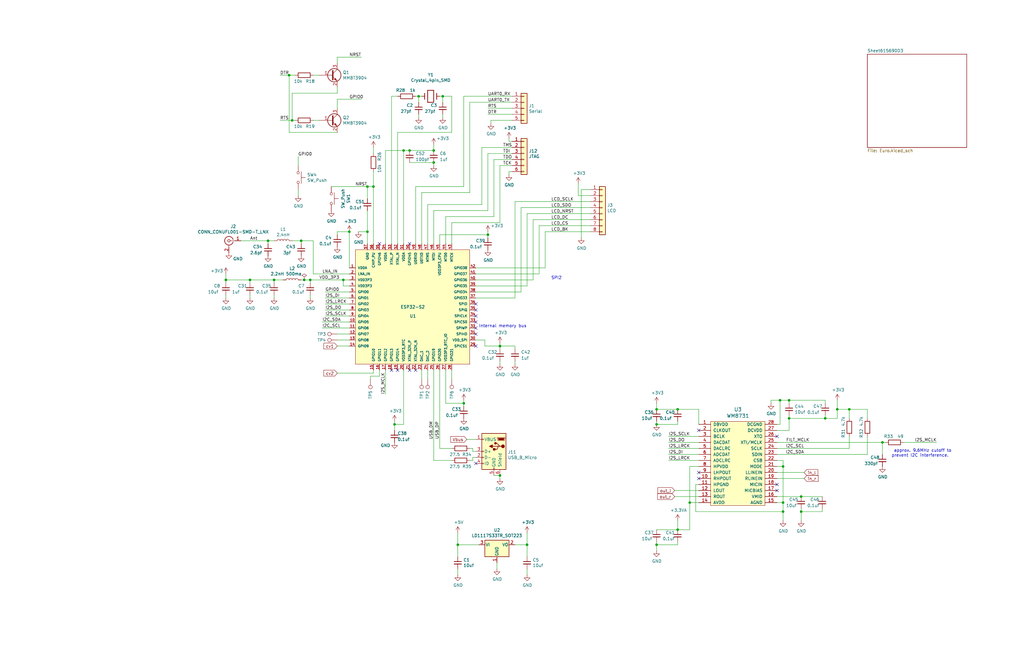
<source format=kicad_sch>
(kicad_sch (version 20211123) (generator eeschema)
  (paper "B")
  (title_block (title "ESP32S2_Audio") (date "2022-03-21") (rev "0.1"))
  (junction (at 144.78 118.11))
  (junction (at 205.74 99.06))
  (junction (at 337.82 215.9))
  (junction (at 332.74 176.53))
  (junction (at 372.11 186.69))
  (junction (at 186.69 40.64))
  (junction (at 358.14 172.72))
  (junction (at 115.57 118.11))
  (junction (at 147.32 97.79))
  (junction (at 210.82 146.05))
  (junction (at 157.48 78.74))
  (junction (at 121.92 31.75))
  (junction (at 95.25 118.11))
  (junction (at 113.03 101.6))
  (junction (at 353.06 172.72))
  (junction (at 330.2 196.85))
  (junction (at 154.94 97.79))
  (junction (at 328.93 168.91))
  (junction (at 347.98 176.53))
  (junction (at 332.74 168.91))
  (junction (at 337.82 209.55))
  (junction (at 195.58 170.18))
  (junction (at 105.41 118.11))
  (junction (at 130.81 118.11))
  (junction (at 123.19 50.8))
  (junction (at 330.2 215.9))
  (junction (at 182.88 68.58))
  (junction (at 276.86 172.72))
  (junction (at 172.72 63.5))
  (junction (at 276.86 179.07))
  (junction (at 166.37 179.07))
  (junction (at 128.27 118.11))
  (junction (at 330.2 212.09))
  (junction (at 176.53 40.64))
  (junction (at 222.25 229.87))
  (junction (at 285.75 223.52))
  (junction (at 154.94 78.74))
  (junction (at 182.88 63.5))
  (junction (at 276.86 229.87))
  (junction (at 170.18 63.5))
  (junction (at 210.82 200.66))
  (junction (at 290.83 212.09))
  (junction (at 285.75 172.72))
  (junction (at 193.04 229.87))
  (junction (at 127 101.6))
  (no_connect (at 175.26 156.21))
  (no_connect (at 327.66 184.15))
  (no_connect (at 200.66 130.81))
  (no_connect (at 294.64 201.93))
  (no_connect (at 327.66 204.47))
  (no_connect (at 327.66 207.01))
  (no_connect (at 200.66 128.27))
  (no_connect (at 160.02 102.87))
  (no_connect (at 200.66 135.89))
  (no_connect (at 294.64 199.39))
  (no_connect (at 172.72 102.87))
  (no_connect (at 172.72 156.21))
  (no_connect (at 165.1 156.21))
  (no_connect (at 200.66 146.05))
  (no_connect (at 167.64 156.21))
  (no_connect (at 294.64 181.61))
  (no_connect (at 200.66 195.58))
  (no_connect (at 200.66 138.43))
  (no_connect (at 200.66 140.97))
  (no_connect (at 200.66 133.35))
  (wire (pts (xy 284.48 209.55) (xy 294.64 209.55)))
  (wire (pts (xy 196.85 185.42) (xy 200.66 185.42)))
  (wire (pts (xy 137.16 123.19) (xy 147.32 123.19)))
  (wire (pts (xy 200.66 125.73) (xy 217.17 125.73)))
  (wire (pts (xy 222.25 229.87) (xy 222.25 234.95)))
  (wire (pts (xy 332.74 168.91) (xy 347.98 168.91)))
  (wire (pts (xy 113.03 101.6) (xy 113.03 102.87)))
  (wire (pts (xy 325.12 170.18) (xy 325.12 168.91)))
  (wire (pts (xy 227.33 95.25) (xy 248.92 95.25)))
  (wire (pts (xy 176.53 43.18) (xy 176.53 40.64)))
  (wire (pts (xy 285.75 223.52) (xy 290.83 223.52)))
  (wire (pts (xy 199.39 193.04) (xy 200.66 193.04)))
  (wire (pts (xy 157.48 157.48) (xy 157.48 156.21)))
  (wire (pts (xy 165.1 40.64) (xy 165.1 102.87)))
  (wire (pts (xy 127 101.6) (xy 132.08 101.6)))
  (wire (pts (xy 327.66 196.85) (xy 330.2 196.85)))
  (wire (pts (xy 293.37 215.9) (xy 293.37 204.47)))
  (wire (pts (xy 229.87 113.03) (xy 229.87 97.79)))
  (wire (pts (xy 294.64 184.15) (xy 281.94 184.15)))
  (wire (pts (xy 327.66 201.93) (xy 339.09 201.93)))
  (wire (pts (xy 330.2 196.85) (xy 330.2 194.31)))
  (wire (pts (xy 294.64 194.31) (xy 281.94 194.31)))
  (wire (pts (xy 217.17 85.09) (xy 217.17 125.73)))
  (wire (pts (xy 276.86 172.72) (xy 285.75 172.72)))
  (wire (pts (xy 204.47 143.51) (xy 204.47 146.05)))
  (wire (pts (xy 294.64 186.69) (xy 281.94 186.69)))
  (wire (pts (xy 205.74 99.06) (xy 205.74 100.33)))
  (wire (pts (xy 162.56 156.21) (xy 162.56 166.37)))
  (wire (pts (xy 217.17 153.67) (xy 217.17 152.4)))
  (wire (pts (xy 372.11 191.77) (xy 372.11 186.69)))
  (wire (pts (xy 229.87 97.79) (xy 248.92 97.79)))
  (wire (pts (xy 210.82 146.05) (xy 217.17 146.05)))
  (wire (pts (xy 210.82 201.93) (xy 210.82 200.66)))
  (wire (pts (xy 222.25 229.87) (xy 222.25 224.79)))
  (wire (pts (xy 201.93 229.87) (xy 193.04 229.87)))
  (wire (pts (xy 195.58 170.18) (xy 195.58 168.91)))
  (wire (pts (xy 124.46 31.75) (xy 121.92 31.75)))
  (wire (pts (xy 185.42 156.21) (xy 185.42 189.23)))
  (wire (pts (xy 337.82 215.9) (xy 346.71 215.9)))
  (wire (pts (xy 147.32 138.43) (xy 135.89 138.43)))
  (wire (pts (xy 162.56 102.87) (xy 162.56 63.5)))
  (wire (pts (xy 347.98 176.53) (xy 347.98 175.26)))
  (wire (pts (xy 276.86 228.6) (xy 276.86 229.87)))
  (wire (pts (xy 147.32 97.79) (xy 142.24 97.79)))
  (wire (pts (xy 200.66 143.51) (xy 204.47 143.51)))
  (wire (pts (xy 276.86 179.07) (xy 285.75 179.07)))
  (wire (pts (xy 330.2 194.31) (xy 327.66 194.31)))
  (wire (pts (xy 147.32 128.27) (xy 137.16 128.27)))
  (wire (pts (xy 105.41 118.11) (xy 95.25 118.11)))
  (wire (pts (xy 170.18 156.21) (xy 170.18 179.07)))
  (wire (pts (xy 276.86 229.87) (xy 276.86 232.41)))
  (wire (pts (xy 175.26 40.64) (xy 176.53 40.64)))
  (wire (pts (xy 327.66 191.77) (xy 365.76 191.77)))
  (wire (pts (xy 208.28 67.31) (xy 215.9 67.31)))
  (wire (pts (xy 347.98 176.53) (xy 353.06 176.53)))
  (wire (pts (xy 210.82 146.05) (xy 210.82 147.32)))
  (wire (pts (xy 165.1 40.64) (xy 167.64 40.64)))
  (wire (pts (xy 167.64 55.88) (xy 167.64 102.87)))
  (wire (pts (xy 95.25 119.38) (xy 95.25 118.11)))
  (wire (pts (xy 190.5 160.02) (xy 190.5 156.21)))
  (wire (pts (xy 154.94 97.79) (xy 154.94 102.87)))
  (wire (pts (xy 325.12 168.91) (xy 328.93 168.91)))
  (wire (pts (xy 276.86 172.72) (xy 276.86 170.18)))
  (wire (pts (xy 137.16 125.73) (xy 147.32 125.73)))
  (wire (pts (xy 130.81 125.73) (xy 130.81 124.46)))
  (wire (pts (xy 207.01 50.8) (xy 215.9 50.8)))
  (wire (pts (xy 210.82 93.98) (xy 210.82 69.85)))
  (wire (pts (xy 132.08 50.8) (xy 134.62 50.8)))
  (wire (pts (xy 365.76 191.77) (xy 365.76 184.15)))
  (wire (pts (xy 214.63 59.69) (xy 215.9 59.69)))
  (wire (pts (xy 105.41 119.38) (xy 105.41 118.11)))
  (wire (pts (xy 195.58 171.45) (xy 195.58 170.18)))
  (wire (pts (xy 119.38 118.11) (xy 115.57 118.11)))
  (wire (pts (xy 144.78 118.11) (xy 147.32 118.11)))
  (wire (pts (xy 215.9 45.72) (xy 205.74 45.72)))
  (wire (pts (xy 182.88 69.85) (xy 182.88 68.58)))
  (wire (pts (xy 177.8 102.87) (xy 177.8 81.28)))
  (wire (pts (xy 185.42 99.06) (xy 205.74 99.06)))
  (wire (pts (xy 190.5 93.98) (xy 210.82 93.98)))
  (wire (pts (xy 327.66 199.39) (xy 339.09 199.39)))
  (wire (pts (xy 147.32 130.81) (xy 137.16 130.81)))
  (wire (pts (xy 337.82 215.9) (xy 337.82 219.71)))
  (wire (pts (xy 332.74 175.26) (xy 332.74 176.53)))
  (wire (pts (xy 157.48 72.39) (xy 157.48 78.74)))
  (wire (pts (xy 180.34 102.87) (xy 180.34 86.36)))
  (wire (pts (xy 172.72 68.58) (xy 182.88 68.58)))
  (wire (pts (xy 123.19 50.8) (xy 124.46 50.8)))
  (wire (pts (xy 358.14 172.72) (xy 365.76 172.72)))
  (wire (pts (xy 199.39 194.31) (xy 199.39 193.04)))
  (wire (pts (xy 123.19 39.37) (xy 123.19 50.8)))
  (wire (pts (xy 198.12 194.31) (xy 199.39 194.31)))
  (wire (pts (xy 121.92 55.88) (xy 142.24 55.88)))
  (wire (pts (xy 285.75 179.07) (xy 285.75 177.8)))
  (wire (pts (xy 115.57 119.38) (xy 115.57 118.11)))
  (wire (pts (xy 176.53 40.64) (xy 177.8 40.64)))
  (wire (pts (xy 180.34 160.02) (xy 180.34 156.21)))
  (wire (pts (xy 144.78 120.65) (xy 144.78 118.11)))
  (wire (pts (xy 200.66 118.11) (xy 224.79 118.11)))
  (wire (pts (xy 199.39 189.23) (xy 199.39 190.5)))
  (wire (pts (xy 200.66 113.03) (xy 229.87 113.03)))
  (wire (pts (xy 330.2 215.9) (xy 293.37 215.9)))
  (wire (pts (xy 142.24 24.13) (xy 152.4 24.13)))
  (wire (pts (xy 132.08 101.6) (xy 132.08 115.57)))
  (wire (pts (xy 160.02 158.75) (xy 156.21 158.75)))
  (wire (pts (xy 130.81 119.38) (xy 130.81 118.11)))
  (wire (pts (xy 198.12 81.28) (xy 198.12 43.18)))
  (wire (pts (xy 205.74 64.77) (xy 215.9 64.77)))
  (wire (pts (xy 198.12 189.23) (xy 199.39 189.23)))
  (wire (pts (xy 154.94 97.79) (xy 151.13 97.79)))
  (wire (pts (xy 139.7 78.74) (xy 154.94 78.74)))
  (wire (pts (xy 290.83 212.09) (xy 290.83 223.52)))
  (wire (pts (xy 328.93 179.07) (xy 328.93 168.91)))
  (wire (pts (xy 177.8 81.28) (xy 198.12 81.28)))
  (wire (pts (xy 157.48 62.23) (xy 157.48 64.77)))
  (wire (pts (xy 276.86 179.07) (xy 276.86 177.8)))
  (wire (pts (xy 166.37 179.07) (xy 166.37 181.61)))
  (wire (pts (xy 358.14 172.72) (xy 358.14 176.53)))
  (wire (pts (xy 162.56 63.5) (xy 170.18 63.5)))
  (wire (pts (xy 121.92 31.75) (xy 118.11 31.75)))
  (wire (pts (xy 154.94 83.82) (xy 154.94 78.74)))
  (wire (pts (xy 142.24 97.79) (xy 142.24 99.06)))
  (wire (pts (xy 248.92 82.55) (xy 243.84 82.55)))
  (wire (pts (xy 224.79 92.71) (xy 248.92 92.71)))
  (wire (pts (xy 113.03 101.6) (xy 101.6 101.6)))
  (wire (pts (xy 222.25 240.03) (xy 222.25 242.57)))
  (wire (pts (xy 186.69 40.64) (xy 186.69 43.18)))
  (wire (pts (xy 182.88 60.96) (xy 182.88 63.5)))
  (wire (pts (xy 215.9 48.26) (xy 205.74 48.26)))
  (wire (pts (xy 219.71 87.63) (xy 219.71 123.19)))
  (wire (pts (xy 132.08 31.75) (xy 134.62 31.75)))
  (wire (pts (xy 337.82 214.63) (xy 337.82 215.9)))
  (wire (pts (xy 276.86 223.52) (xy 285.75 223.52)))
  (wire (pts (xy 365.76 172.72) (xy 365.76 176.53)))
  (wire (pts (xy 115.57 118.11) (xy 105.41 118.11)))
  (wire (pts (xy 294.64 196.85) (xy 290.83 196.85)))
  (wire (pts (xy 337.82 209.55) (xy 346.71 209.55)))
  (wire (pts (xy 285.75 229.87) (xy 285.75 228.6)))
  (wire (pts (xy 154.94 97.79) (xy 154.94 88.9)))
  (wire (pts (xy 200.66 120.65) (xy 222.25 120.65)))
  (wire (pts (xy 115.57 125.73) (xy 115.57 124.46)))
  (wire (pts (xy 125.73 82.55) (xy 125.73 80.01)))
  (wire (pts (xy 186.69 40.64) (xy 190.5 40.64)))
  (wire (pts (xy 170.18 179.07) (xy 166.37 179.07)))
  (wire (pts (xy 346.71 215.9) (xy 346.71 214.63)))
  (wire (pts (xy 118.11 50.8) (xy 123.19 50.8)))
  (wire (pts (xy 203.2 62.23) (xy 215.9 62.23)))
  (wire (pts (xy 190.5 102.87) (xy 190.5 93.98)))
  (wire (pts (xy 372.11 186.69) (xy 373.38 186.69)))
  (wire (pts (xy 327.66 189.23) (xy 358.14 189.23)))
  (wire (pts (xy 172.72 63.5) (xy 170.18 63.5)))
  (wire (pts (xy 115.57 101.6) (xy 113.03 101.6)))
  (wire (pts (xy 353.06 176.53) (xy 353.06 172.72)))
  (wire (pts (xy 294.64 191.77) (xy 281.94 191.77)))
  (wire (pts (xy 147.32 143.51) (xy 142.24 143.51)))
  (wire (pts (xy 175.26 78.74) (xy 195.58 78.74)))
  (wire (pts (xy 170.18 102.87) (xy 170.18 63.5)))
  (wire (pts (xy 147.32 120.65) (xy 144.78 120.65)))
  (wire (pts (xy 276.86 229.87) (xy 285.75 229.87)))
  (wire (pts (xy 294.64 212.09) (xy 290.83 212.09)))
  (wire (pts (xy 214.63 58.42) (xy 214.63 59.69)))
  (wire (pts (xy 127 101.6) (xy 127 102.87)))
  (wire (pts (xy 222.25 90.17) (xy 248.92 90.17)))
  (wire (pts (xy 193.04 224.79) (xy 193.04 229.87)))
  (wire (pts (xy 147.32 113.03) (xy 147.32 97.79)))
  (wire (pts (xy 198.12 43.18) (xy 215.9 43.18)))
  (wire (pts (xy 327.66 186.69) (xy 372.11 186.69)))
  (wire (pts (xy 142.24 26.67) (xy 142.24 24.13)))
  (wire (pts (xy 195.58 40.64) (xy 215.9 40.64)))
  (wire (pts (xy 210.82 69.85) (xy 215.9 69.85)))
  (wire (pts (xy 328.93 168.91) (xy 332.74 168.91)))
  (wire (pts (xy 160.02 156.21) (xy 160.02 158.75)))
  (wire (pts (xy 347.98 168.91) (xy 347.98 170.18)))
  (wire (pts (xy 243.84 82.55) (xy 243.84 77.47)))
  (wire (pts (xy 157.48 102.87) (xy 157.48 78.74)))
  (wire (pts (xy 330.2 215.9) (xy 330.2 219.71)))
  (wire (pts (xy 125.73 66.04) (xy 125.73 69.85)))
  (wire (pts (xy 121.92 31.75) (xy 121.92 55.88)))
  (wire (pts (xy 154.94 78.74) (xy 157.48 78.74)))
  (wire (pts (xy 172.72 63.5) (xy 182.88 63.5)))
  (wire (pts (xy 142.24 39.37) (xy 123.19 39.37)))
  (wire (pts (xy 381 186.69) (xy 394.97 186.69)))
  (wire (pts (xy 142.24 45.72) (xy 142.24 41.91)))
  (wire (pts (xy 175.26 102.87) (xy 175.26 78.74)))
  (wire (pts (xy 182.88 156.21) (xy 182.88 194.31)))
  (wire (pts (xy 293.37 204.47) (xy 294.64 204.47)))
  (wire (pts (xy 217.17 85.09) (xy 248.92 85.09)))
  (wire (pts (xy 199.39 190.5) (xy 200.66 190.5)))
  (wire (pts (xy 105.41 125.73) (xy 105.41 124.46)))
  (wire (pts (xy 204.47 146.05) (xy 210.82 146.05)))
  (wire (pts (xy 147.32 140.97) (xy 142.24 140.97)))
  (wire (pts (xy 210.82 144.78) (xy 210.82 146.05)))
  (wire (pts (xy 186.69 49.53) (xy 186.69 48.26)))
  (wire (pts (xy 294.64 172.72) (xy 285.75 172.72)))
  (wire (pts (xy 187.96 102.87) (xy 187.96 91.44)))
  (wire (pts (xy 187.96 91.44) (xy 208.28 91.44)))
  (wire (pts (xy 95.25 118.11) (xy 95.25 115.57)))
  (wire (pts (xy 142.24 157.48) (xy 157.48 157.48)))
  (wire (pts (xy 224.79 118.11) (xy 224.79 92.71)))
  (wire (pts (xy 219.71 87.63) (xy 248.92 87.63)))
  (wire (pts (xy 185.42 189.23) (xy 190.5 189.23)))
  (wire (pts (xy 95.25 125.73) (xy 95.25 124.46)))
  (wire (pts (xy 290.83 196.85) (xy 290.83 212.09)))
  (wire (pts (xy 200.66 123.19) (xy 219.71 123.19)))
  (wire (pts (xy 185.42 99.06) (xy 185.42 102.87)))
  (wire (pts (xy 353.06 172.72) (xy 358.14 172.72)))
  (wire (pts (xy 330.2 212.09) (xy 330.2 196.85)))
  (wire (pts (xy 132.08 115.57) (xy 147.32 115.57)))
  (wire (pts (xy 208.28 91.44) (xy 208.28 67.31)))
  (wire (pts (xy 294.64 189.23) (xy 281.94 189.23)))
  (wire (pts (xy 180.34 86.36) (xy 203.2 86.36)))
  (wire (pts (xy 137.16 133.35) (xy 147.32 133.35)))
  (wire (pts (xy 245.11 80.01) (xy 248.92 80.01)))
  (wire (pts (xy 177.8 160.02) (xy 177.8 156.21)))
  (wire (pts (xy 330.2 212.09) (xy 330.2 215.9)))
  (wire (pts (xy 217.17 229.87) (xy 222.25 229.87)))
  (wire (pts (xy 332.74 176.53) (xy 347.98 176.53)))
  (wire (pts (xy 193.04 240.03) (xy 193.04 242.57)))
  (wire (pts (xy 142.24 146.05) (xy 147.32 146.05)))
  (wire (pts (xy 185.42 40.64) (xy 186.69 40.64)))
  (wire (pts (xy 284.48 207.01) (xy 294.64 207.01)))
  (wire (pts (xy 207.01 52.07) (xy 207.01 50.8)))
  (wire (pts (xy 205.74 97.79) (xy 205.74 99.06)))
  (wire (pts (xy 195.58 78.74) (xy 195.58 40.64)))
  (wire (pts (xy 205.74 88.9) (xy 205.74 64.77)))
  (wire (pts (xy 358.14 189.23) (xy 358.14 184.15)))
  (wire (pts (xy 208.28 200.66) (xy 210.82 200.66)))
  (wire (pts (xy 130.81 118.11) (xy 144.78 118.11)))
  (wire (pts (xy 176.53 49.53) (xy 176.53 48.26)))
  (wire (pts (xy 214.63 72.39) (xy 214.63 73.66)))
  (wire (pts (xy 222.25 90.17) (xy 222.25 120.65)))
  (wire (pts (xy 285.75 219.71) (xy 285.75 223.52)))
  (wire (pts (xy 190.5 55.88) (xy 167.64 55.88)))
  (wire (pts (xy 217.17 146.05) (xy 217.17 147.32)))
  (wire (pts (xy 142.24 36.83) (xy 142.24 39.37)))
  (wire (pts (xy 327.66 209.55) (xy 337.82 209.55)))
  (wire (pts (xy 215.9 72.39) (xy 214.63 72.39)))
  (wire (pts (xy 187.96 170.18) (xy 195.58 170.18)))
  (wire (pts (xy 332.74 170.18) (xy 332.74 168.91)))
  (wire (pts (xy 182.88 88.9) (xy 205.74 88.9)))
  (wire (pts (xy 166.37 179.07) (xy 166.37 177.8)))
  (wire (pts (xy 203.2 86.36) (xy 203.2 62.23)))
  (wire (pts (xy 128.27 118.11) (xy 130.81 118.11)))
  (wire (pts (xy 142.24 41.91) (xy 152.4 41.91)))
  (wire (pts (xy 190.5 40.64) (xy 190.5 55.88)))
  (wire (pts (xy 187.96 156.21) (xy 187.96 170.18)))
  (wire (pts (xy 200.66 115.57) (xy 227.33 115.57)))
  (wire (pts (xy 327.66 179.07) (xy 328.93 179.07)))
  (wire (pts (xy 182.88 102.87) (xy 182.88 88.9)))
  (wire (pts (xy 147.32 135.89) (xy 135.89 135.89)))
  (wire (pts (xy 127 118.11) (xy 128.27 118.11)))
  (wire (pts (xy 193.04 229.87) (xy 193.04 234.95)))
  (wire (pts (xy 182.88 194.31) (xy 190.5 194.31)))
  (wire (pts (xy 156.21 158.75) (xy 156.21 160.02)))
  (wire (pts (xy 332.74 181.61) (xy 332.74 176.53)))
  (wire (pts (xy 209.55 240.03) (xy 209.55 237.49)))
  (wire (pts (xy 327.66 181.61) (xy 332.74 181.61)))
  (wire (pts (xy 245.11 100.33) (xy 245.11 80.01)))
  (wire (pts (xy 327.66 212.09) (xy 330.2 212.09)))
  (wire (pts (xy 353.06 172.72) (xy 353.06 168.91)))
  (wire (pts (xy 227.33 115.57) (xy 227.33 95.25)))
  (wire (pts (xy 123.19 101.6) (xy 127 101.6)))
  (wire (pts (xy 210.82 152.4) (xy 210.82 153.67)))
  (wire (pts (xy 294.64 179.07) (xy 294.64 172.72)))
  (text "SPI2" (at 232.41 118.11 0) (effects (font (size 1.27 1.27)) (justify left bottom)))
  (text "Internal memory bus" (at 201.93 138.43 0) (effects (font (size 1.27 1.27)) (justify left bottom)))
  (text " approx. 9.6MHz cutoff to\nprevent I2C interference." (at 375.92 193.04 0) (effects (font (size 1.27 1.27)) (justify left bottom)))
  (label "LCD_BK" (at 232.41 97.79 0))
  (label "USB_DM" (at 182.88 185.42 90))
  (label "TDO" (at 212.09 67.31 0))
  (label "TCK" (at 212.09 69.85 0))
  (label "I2S_DO" (at 281.94 186.69 0))
  (label "UART0_RX" (at 205.74 40.64 0))
  (label "I2S_LRCK" (at 281.94 189.23 0))
  (label "DTR" (at 205.74 48.26 0))
  (label "I2C_SCL" (at 135.89 138.43 0))
  (label "USB_DP" (at 185.42 177.8 270))
  (label "I2S_LRCK" (at 137.16 128.27 0))
  (label "GPIO0" (at 147.32 41.91 0))
  (label "I2S_MCLK" (at 162.56 166.37 90))
  (label "VDD_3P3" (at 134.62 118.11 0))
  (label "Ant" (at 105.41 101.6 0))
  (label "I2S_SCLK" (at 137.16 133.35 0))
  (label "LCD_SCLK" (at 232.41 85.09 0))
  (label "NRST" (at 149.86 78.74 0))
  (label "FILT_MCLK" (at 331.47 186.69 0))
  (label "DTR" (at 118.11 31.75 0))
  (label "TMS" (at 212.09 62.23 0))
  (label "LNA_IN" (at 135.89 115.57 0))
  (label "GPIO0" (at 125.73 66.04 0))
  (label "GPIO0" (at 137.16 123.19 0))
  (label "I2S_DI" (at 281.94 191.77 0))
  (label "RTS" (at 205.74 45.72 0))
  (label "I2C_SDA" (at 135.89 135.89 0))
  (label "I2S_DO" (at 137.16 130.81 0))
  (label "LCD_SDO" (at 232.41 87.63 0))
  (label "I2S_LRCK" (at 281.94 194.31 0))
  (label "LCD_CS" (at 232.41 95.25 0))
  (label "I2S_MCLK" (at 394.97 186.69 180))
  (label "I2S_SCLK" (at 281.94 184.15 0))
  (label "NRST" (at 147.32 24.13 0))
  (label "I2S_DI" (at 137.16 125.73 0))
  (label "UART0_TX" (at 205.74 43.18 0))
  (label "I2C_SDA" (at 339.09 191.77 180))
  (label "RTS" (at 118.11 50.8 0))
  (label "TDI" (at 212.09 64.77 0))
  (label "I2C_SCL" (at 339.09 189.23 180))
  (label "LCD_DC" (at 232.41 92.71 0))
  (label "LCD_NRST" (at 232.41 90.17 0))
  (global_label "out_l" (shape input) (at 284.48 207.01 180) (property "Intersheet References" "${INTERSHEET_REFS}" (effects hide)))
  (global_label "Vbus" (shape input) (at 196.85 185.42 180) (property "Intersheet References" "${INTERSHEET_REFS}" (effects hide)))
  (global_label "cv2" (shape input) (at 142.24 157.48 180) (property "Intersheet References" "${INTERSHEET_REFS}" (effects hide)))
  (global_label "in_r" (shape input) (at 339.09 201.93 0) (property "Intersheet References" "${INTERSHEET_REFS}" (effects hide)))
  (global_label "out_r" (shape input) (at 284.48 209.55 180) (property "Intersheet References" "${INTERSHEET_REFS}" (effects hide)))
  (global_label "in_l" (shape input) (at 339.09 199.39 0) (property "Intersheet References" "${INTERSHEET_REFS}" (effects hide)))
  (global_label "cv1" (shape input) (at 142.24 146.05 180) (property "Intersheet References" "${INTERSHEET_REFS}" (effects hide)))
  (symbol (lib_id "Connector:USB_B_Micro") (at 208.28 190.5 0) (mirror y) (unit 1)
    (property "Reference" "J11" (at 214.122 190.7794 0) (effects (justify right)))
    (property "Value" "USB_B_Micro" (at 214.122 193.0908 0) (effects (justify right)))
    (property "Footprint" "footprints:USB_Micro-B_10103594-0001LF_actual_outline" (effects hide))
  )
  (symbol (lib_id "power:GND") (at 210.82 201.93 0) (unit 1)
    (property "Reference" "#PWR0170" (effects hide))
    (property "Value" "GND" (at 210.947 206.3242 0))
  )
  (symbol (lib_id "Device:R") (at 194.31 189.23 90) (unit 1)
    (property "Reference" "R34" (at 196.85 191.77 90))
    (property "Value" "27.5" (at 191.77 191.77 90))
    (property "Footprint" "Resistors_SMD:R_0603" (effects hide))
  )
  (symbol (lib_id "Device:R") (at 194.31 194.31 90) (unit 1)
    (property "Reference" "R35" (at 196.85 196.85 90))
    (property "Value" "27.5" (at 191.77 196.85 90))
    (property "Footprint" "Resistors_SMD:R_0603" (effects hide))
  )
  (symbol (lib_id "Device:C_Small") (at 217.17 149.86 0) (unit 1)
    (property "Reference" "C42" (at 219.71 148.59 0) (effects (justify left)))
    (property "Value" "1uf" (at 219.71 151.13 0) (effects (justify left)))
    (property "Footprint" "Capacitors_SMD:C_0603" (effects hide))
  )
  (symbol (lib_id "Device:C_Small") (at 166.37 184.15 0) (unit 1)
    (property "Reference" "C38" (at 167.64 182.88 0) (effects (justify left)))
    (property "Value" "0.1uf" (at 167.64 185.42 0) (effects (justify left)))
    (property "Footprint" "Capacitors_SMD:C_0603" (effects hide))
  )
  (symbol (lib_id "power:GND") (at 166.37 186.69 0) (unit 1)
    (property "Reference" "#PWR0171" (effects hide))
    (property "Value" "GND" (at 162.56 187.96 0))
  )
  (symbol (lib_id "power:GND") (at 217.17 153.67 0) (unit 1)
    (property "Reference" "#PWR0172" (effects hide))
    (property "Value" "GND" (at 217.297 158.0642 0))
  )
  (symbol (lib_id "power:+3.3V") (at 182.88 60.96 0) (unit 1)
    (property "Reference" "#PWR0101" (effects hide))
    (property "Value" "+3.3V" (at 186.69 58.42 0))
  )
  (symbol (lib_id "power:GND") (at 151.13 97.79 0) (unit 1)
    (property "Reference" "#PWR0107" (effects hide))
    (property "Value" "GND" (at 151.257 102.1842 0))
  )
  (symbol (lib_id "power:+3.3V") (at 210.82 144.78 0) (unit 1)
    (property "Reference" "#PWR0183" (effects hide))
    (property "Value" "+3.3V" (at 211.201 140.3858 0))
  )
  (symbol (lib_id "Device:C_Small") (at 142.24 101.6 0) (unit 1)
    (property "Reference" "C4" (at 137.16 100.33 0) (effects (justify left)))
    (property "Value" "0.1uf" (at 134.62 102.87 0) (effects (justify left)))
    (property "Footprint" "Capacitors_SMD:C_0603" (effects hide))
  )
  (symbol (lib_id "power:GND") (at 142.24 104.14 0) (unit 1)
    (property "Reference" "#PWR0173" (effects hide))
    (property "Value" "GND" (at 142.367 108.5342 0))
  )
  (symbol (lib_id "Device:C_Small") (at 182.88 66.04 0) (unit 1)
    (property "Reference" "C6" (at 185.42 64.77 0) (effects (justify left)))
    (property "Value" "1uf" (at 185.42 67.31 0) (effects (justify left)))
    (property "Footprint" "Capacitors_SMD:C_0603" (effects hide))
  )
  (symbol (lib_id "Device:C_Small") (at 130.81 121.92 0) (unit 1)
    (property "Reference" "C7" (at 125.73 120.65 0) (effects (justify left)))
    (property "Value" "0.1uf" (at 123.19 123.19 0) (effects (justify left)))
    (property "Footprint" "Capacitors_SMD:C_0603" (effects hide))
  )
  (symbol (lib_id "power:GND") (at 182.88 69.85 0) (unit 1)
    (property "Reference" "#PWR0187" (effects hide))
    (property "Value" "GND" (at 183.007 74.2442 0))
  )
  (symbol (lib_id "power:GND") (at 130.81 125.73 0) (unit 1)
    (property "Reference" "#PWR0109" (effects hide))
    (property "Value" "GND" (at 130.937 130.1242 0))
  )
  (symbol (lib_id "Device:C_Small") (at 210.82 149.86 0) (unit 1)
    (property "Reference" "C32" (at 205.74 148.59 0) (effects (justify left)))
    (property "Value" "0.1uf" (at 203.2 151.13 0) (effects (justify left)))
    (property "Footprint" "Capacitors_SMD:C_0603" (effects hide))
  )
  (symbol (lib_id "Device:C_Small") (at 195.58 173.99 0) (unit 1)
    (property "Reference" "C33" (at 190.5 172.72 0) (effects (justify left)))
    (property "Value" "0.1uf" (at 187.96 175.26 0) (effects (justify left)))
    (property "Footprint" "Capacitors_SMD:C_0603" (effects hide))
  )
  (symbol (lib_id "power:GND") (at 195.58 176.53 0) (unit 1)
    (property "Reference" "#PWR0118" (effects hide))
    (property "Value" "GND" (at 195.707 180.9242 0))
  )
  (symbol (lib_id "power:GND") (at 210.82 153.67 0) (unit 1)
    (property "Reference" "#PWR0119" (effects hide))
    (property "Value" "GND" (at 210.947 158.0642 0))
  )
  (symbol (lib_id "Device:C_Small") (at 205.74 102.87 0) (unit 1)
    (property "Reference" "C39" (at 200.66 101.6 0) (effects (justify left)))
    (property "Value" "0.1uf" (at 198.12 104.14 0) (effects (justify left)))
    (property "Footprint" "Capacitors_SMD:C_0603" (effects hide))
  )
  (symbol (lib_id "power:GND") (at 205.74 105.41 0) (unit 1)
    (property "Reference" "#PWR0121" (effects hide))
    (property "Value" "GND" (at 205.867 109.8042 0))
  )
  (symbol (lib_id "emeb_library:Crystal_4pin_SMD") (at 181.61 40.64 0) (unit 1)
    (property "Reference" "Y1" (at 181.61 31.5468 0))
    (property "Value" "Crystal_4pin_SMD" (at 181.61 33.8582 0))
    (property "Footprint" "Crystals:Crystal_SMD_3225-4pin_3.2x2.5mm" (effects hide))
  )
  (symbol (lib_id "Device:R") (at 171.45 40.64 270) (unit 1)
    (property "Reference" "R28" (at 168.91 38.1 90))
    (property "Value" "1k" (at 173.99 38.1 90))
    (property "Footprint" "Resistors_SMD:R_0603" (effects hide))
  )
  (symbol (lib_id "Device:C_Small") (at 176.53 45.72 0) (unit 1)
    (property "Reference" "C2" (at 171.45 44.45 0) (effects (justify left)))
    (property "Value" "27pf" (at 168.91 46.99 0) (effects (justify left)))
    (property "Footprint" "Capacitors_SMD:C_0603" (effects hide))
  )
  (symbol (lib_id "Device:C_Small") (at 186.69 45.72 0) (unit 1)
    (property "Reference" "C3" (at 181.61 44.45 0) (effects (justify left)))
    (property "Value" "27pf" (at 179.07 46.99 0) (effects (justify left)))
    (property "Footprint" "Capacitors_SMD:C_0603" (effects hide))
  )
  (symbol (lib_id "power:GND") (at 176.53 49.53 0) (unit 1)
    (property "Reference" "#PWR0166" (effects hide))
    (property "Value" "GND" (at 176.657 53.9242 0))
  )
  (symbol (lib_id "power:GND") (at 186.69 49.53 0) (unit 1)
    (property "Reference" "#PWR0167" (effects hide))
    (property "Value" "GND" (at 186.817 53.9242 0))
  )
  (symbol (lib_id "Connector:TestPoint") (at 177.8 160.02 180) (unit 1)
    (property "Reference" "TP1" (at 177.8 164.7952 90) (effects (justify left)))
    (property "Value" "TestPoint" (effects hide))
    (property "Footprint" "Measurement_Points:Measurement_Point_Round-SMD-Pad_Small" (effects hide))
  )
  (symbol (lib_id "Connector:TestPoint") (at 180.34 160.02 180) (unit 1)
    (property "Reference" "TP2" (at 180.34 164.7952 90) (effects (justify left)))
    (property "Value" "TestPoint" (effects hide))
    (property "Footprint" "Measurement_Points:Measurement_Point_Round-SMD-Pad_Small" (effects hide))
  )
  (symbol (lib_id "Connector:TestPoint") (at 142.24 140.97 90) (unit 1)
    (property "Reference" "TP3" (at 137.4648 140.97 90) (effects (justify left)))
    (property "Value" "TestPoint" (effects hide))
    (property "Footprint" "Measurement_Points:Measurement_Point_Round-SMD-Pad_Small" (effects hide))
  )
  (symbol (lib_id "Connector:TestPoint") (at 142.24 143.51 90) (unit 1)
    (property "Reference" "TP4" (at 137.4648 143.51 90) (effects (justify left)))
    (property "Value" "TestPoint" (effects hide))
    (property "Footprint" "Measurement_Points:Measurement_Point_Round-SMD-Pad_Small" (effects hide))
  )
  (symbol (lib_id "Connector_Generic:Conn_01x08") (at 254 87.63 0) (unit 1)
    (property "Reference" "J3" (at 256.032 86.5632 0) (effects (justify left)))
    (property "Value" "LCD" (at 256.032 88.8746 0) (effects (justify left)))
    (property "Footprint" "footprints:LCD_80x160_0.96" (effects hide))
  )
  (symbol (lib_id "power:+3.3V") (at 243.84 77.47 0) (unit 1)
    (property "Reference" "#PWR0188" (effects hide))
    (property "Value" "+3.3V" (at 244.221 73.0758 0))
  )
  (symbol (lib_id "power:GND") (at 245.11 100.33 0) (unit 1)
    (property "Reference" "#PWR0189" (effects hide))
    (property "Value" "GND" (at 245.237 104.7242 0))
  )
  (symbol (lib_id "Switch:SW_Push") (at 125.73 74.93 270) (unit 1)
    (property "Reference" "SW4" (at 129.4892 73.7616 90) (effects (justify left)))
    (property "Value" "SW_Push" (at 129.4892 76.073 90) (effects (justify left)))
    (property "Footprint" "footprints:SW_PUSH_6mm_Center" (effects hide))
  )
  (symbol (lib_id "power:GND") (at 125.73 82.55 0) (unit 1)
    (property "Reference" "#PWR01" (effects hide))
    (property "Value" "GND" (at 125.857 86.9442 0))
  )
  (symbol (lib_id "power:+5V") (at 193.04 224.79 0) (unit 1)
    (property "Reference" "#PWR0102" (effects hide))
    (property "Value" "+5V" (at 193.421 220.3958 0))
  )
  (symbol (lib_id "power:GND") (at 193.04 242.57 0) (unit 1)
    (property "Reference" "#PWR0103" (effects hide))
    (property "Value" "GND" (at 193.167 246.9642 0))
  )
  (symbol (lib_id "Device:C_Small") (at 193.04 237.49 0) (unit 1)
    (property "Reference" "C1" (at 195.3768 236.3216 0) (effects (justify left)))
    (property "Value" "10uf" (at 195.3768 238.633 0) (effects (justify left)))
    (property "Footprint" "Capacitors_SMD:C_0805" (effects hide))
  )
  (symbol (lib_id "power:GND") (at 222.25 242.57 0) (unit 1)
    (property "Reference" "#PWR0104" (effects hide))
    (property "Value" "GND" (at 222.377 246.9642 0))
  )
  (symbol (lib_id "Device:C_Small") (at 222.25 237.49 0) (unit 1)
    (property "Reference" "C5" (at 224.5868 236.3216 0) (effects (justify left)))
    (property "Value" "10uf" (at 224.5868 238.633 0) (effects (justify left)))
    (property "Footprint" "Capacitors_SMD:C_0805" (effects hide))
  )
  (symbol (lib_id "power:+3.3V") (at 222.25 224.79 0) (unit 1)
    (property "Reference" "#PWR0105" (effects hide))
    (property "Value" "+3.3V" (at 222.631 220.3958 0))
  )
  (symbol (lib_id "power:GND") (at 209.55 240.03 0) (unit 1)
    (property "Reference" "#PWR0106" (effects hide))
    (property "Value" "GND" (at 209.677 244.4242 0))
  )
  (symbol (lib_id "Connector_Generic:Conn_01x05") (at 220.98 45.72 0) (unit 1)
    (property "Reference" "J1" (at 223.012 44.6532 0) (effects (justify left)))
    (property "Value" "Serial" (at 223.012 46.9646 0) (effects (justify left)))
    (property "Footprint" "Pin_Headers:Pin_Header_Straight_1x05_Pitch2.54mm" (effects hide))
  )
  (symbol (lib_id "power:GND") (at 207.01 52.07 0) (unit 1)
    (property "Reference" "#PWR0111" (effects hide))
    (property "Value" "GND" (at 207.137 56.4642 0))
  )
  (symbol (lib_id "power:GND") (at 139.7 88.9 0) (unit 1)
    (property "Reference" "#PWR0114" (effects hide))
    (property "Value" "GND" (at 139.827 93.2942 0))
  )
  (symbol (lib_id "Device:R") (at 358.14 180.34 0) (unit 1)
    (property "Reference" "R31" (at 355.6 182.88 90))
    (property "Value" "4.7k" (at 355.6 177.8 90))
    (property "Footprint" "Resistors_SMD:R_0603" (effects hide))
  )
  (symbol (lib_id "Device:R") (at 365.76 180.34 0) (unit 1)
    (property "Reference" "R32" (at 363.22 182.88 90))
    (property "Value" "4.7k" (at 363.22 177.8 90))
    (property "Footprint" "Resistors_SMD:R_0603" (effects hide))
  )
  (symbol (lib_id "Switch:SW_Push") (at 139.7 83.82 270) (unit 1)
    (property "Reference" "SW1" (at 146.939 83.82 0))
    (property "Value" "SW_Push" (at 144.6276 83.82 0))
    (property "Footprint" "Buttons_Switches_SMD:SW_SPST_KMR2" (effects hide))
  )
  (symbol (lib_id "emeb_library:WM8731") (at 311.15 195.58 0) (unit 1)
    (property "Reference" "U3" (at 311.15 172.7962 0) (effects (font (size 1.524 1.524))))
    (property "Value" "WM8731" (at 311.15 175.4886 0) (effects (font (size 1.524 1.524))))
    (property "Footprint" "Housings_SSOP:SSOP-28_5.3x10.2mm_Pitch0.65mm" (effects hide))
  )
  (symbol (lib_id "power:GND") (at 330.2 219.71 0) (unit 1)
    (property "Reference" "#PWR0178" (effects hide))
    (property "Value" "GND" (at 330.327 224.1042 0))
  )
  (symbol (lib_id "Device:R") (at 377.19 186.69 270) (unit 1)
    (property "Reference" "R33" (at 374.65 184.15 90))
    (property "Value" "49" (at 379.73 184.15 90))
    (property "Footprint" "Resistors_SMD:R_0603" (effects hide))
  )
  (symbol (lib_id "Device:C_Small") (at 372.11 194.31 0) (unit 1)
    (property "Reference" "C48" (at 367.03 193.04 0) (effects (justify left)))
    (property "Value" "330pf" (at 364.49 195.58 0) (effects (justify left)))
    (property "Footprint" "Capacitors_SMD:C_0603" (effects hide))
  )
  (symbol (lib_id "power:GND") (at 372.11 196.85 0) (unit 1)
    (property "Reference" "#PWR0191" (effects hide))
    (property "Value" "GND" (at 372.237 201.2442 0))
  )
  (symbol (lib_id "power:+3.3VA") (at 285.75 219.71 0) (unit 1)
    (property "Reference" "#PWR0179" (effects hide))
    (property "Value" "+3.3VA" (at 286.131 215.3158 0))
  )
  (symbol (lib_id "Device:C_Small") (at 285.75 226.06 0) (unit 1)
    (property "Reference" "C41" (at 280.67 224.79 0) (effects (justify left)))
    (property "Value" "0.1uf" (at 279.4 227.33 0) (effects (justify left)))
    (property "Footprint" "Capacitors_SMD:C_0603" (effects hide))
  )
  (symbol (lib_id "Device:C_Small") (at 276.86 226.06 0) (unit 1)
    (property "Reference" "C37" (at 271.78 224.79 0) (effects (justify left)))
    (property "Value" "10uf" (at 270.51 227.33 0) (effects (justify left)))
    (property "Footprint" "Capacitors_SMD:C_0805" (effects hide))
  )
  (symbol (lib_id "power:GND") (at 276.86 232.41 0) (unit 1)
    (property "Reference" "#PWR0180" (effects hide))
    (property "Value" "GND" (at 276.987 236.8042 0))
  )
  (symbol (lib_id "Device:C_Small") (at 276.86 175.26 0) (unit 1)
    (property "Reference" "C36" (at 271.78 173.99 0) (effects (justify left)))
    (property "Value" "10uf" (at 270.51 176.53 0) (effects (justify left)))
    (property "Footprint" "Capacitors_SMD:C_0805" (effects hide))
  )
  (symbol (lib_id "Device:C_Small") (at 285.75 175.26 0) (unit 1)
    (property "Reference" "C40" (at 280.67 173.99 0) (effects (justify left)))
    (property "Value" "0.1uf" (at 278.13 176.53 0) (effects (justify left)))
    (property "Footprint" "Capacitors_SMD:C_0603" (effects hide))
  )
  (symbol (lib_id "power:GND") (at 276.86 179.07 0) (unit 1)
    (property "Reference" "#PWR0181" (effects hide))
    (property "Value" "GND" (at 276.987 183.4642 0))
  )
  (symbol (lib_id "power:GND") (at 325.12 170.18 0) (unit 1)
    (property "Reference" "#PWR0182" (effects hide))
    (property "Value" "GND" (at 325.247 174.5742 0))
  )
  (symbol (lib_id "Device:C_Small") (at 332.74 172.72 0) (unit 1)
    (property "Reference" "C44" (at 335.0768 171.5516 0) (effects (justify left)))
    (property "Value" "10uf" (at 335.0768 173.863 0) (effects (justify left)))
    (property "Footprint" "Capacitors_SMD:C_0805" (effects hide))
  )
  (symbol (lib_id "Device:C_Small") (at 347.98 172.72 0) (unit 1)
    (property "Reference" "C47" (at 342.9 171.45 0) (effects (justify left)))
    (property "Value" "0.1uf" (at 340.36 173.99 0) (effects (justify left)))
    (property "Footprint" "Capacitors_SMD:C_0603" (effects hide))
  )
  (symbol (lib_id "power:+3.3V") (at 276.86 170.18 0) (unit 1)
    (property "Reference" "#PWR0184" (effects hide))
    (property "Value" "+3.3V" (at 277.241 165.7858 0))
  )
  (symbol (lib_id "power:+3.3V") (at 353.06 168.91 0) (unit 1)
    (property "Reference" "#PWR0185" (effects hide))
    (property "Value" "+3.3V" (at 353.441 164.5158 0))
  )
  (symbol (lib_id "Device:C_Small") (at 346.71 212.09 0) (unit 1)
    (property "Reference" "C46" (at 341.63 210.82 0) (effects (justify left)))
    (property "Value" "0.1uf" (at 340.36 213.36 0) (effects (justify left)))
    (property "Footprint" "Capacitors_SMD:C_0603" (effects hide))
  )
  (symbol (lib_id "Device:C_Small") (at 337.82 212.09 0) (unit 1)
    (property "Reference" "C45" (at 332.74 210.82 0) (effects (justify left)))
    (property "Value" "10uf" (at 331.47 213.36 0) (effects (justify left)))
    (property "Footprint" "Capacitors_SMD:C_0805" (effects hide))
  )
  (symbol (lib_id "power:GND") (at 337.82 219.71 0) (unit 1)
    (property "Reference" "#PWR0186" (effects hide))
    (property "Value" "GND" (at 337.947 224.1042 0))
  )
  (symbol (lib_id "emeb_library:CONN_CONUFL001-SMD-T_LNX") (at 96.52 101.6 0) (mirror y) (unit 1)
    (property "Reference" "J2" (at 98.3488 95.5548 0))
    (property "Value" "CONN_CONUFL001-SMD-T_LNX" (at 98.3488 97.8662 0))
    (property "Footprint" "footprints:CONUFL001-SMD-T" (effects hide))
    (property "Datasheet" " ~" (effects hide))
  )
  (symbol (lib_id "power:PWR_FLAG") (at 128.27 118.11 0) (unit 1)
    (property "Reference" "#FLG0105" (effects hide))
    (property "Value" "PWR_FLAG" (effects hide))
  )
  (symbol (lib_id "Connector:TestPoint") (at 156.21 160.02 180) (unit 1)
    (property "Reference" "TP5" (at 156.21 164.7952 90) (effects (justify left)))
    (property "Value" "TestPoint" (effects hide))
    (property "Footprint" "Measurement_Points:Measurement_Point_Round-SMD-Pad_Small" (effects hide))
  )
  (symbol (lib_id "Connector:TestPoint") (at 190.5 160.02 180) (unit 1)
    (property "Reference" "TP6" (at 190.5 164.7952 90) (effects (justify left)))
    (property "Value" "TestPoint" (effects hide))
    (property "Footprint" "Measurement_Points:Measurement_Point_Round-SMD-Pad_Small" (effects hide))
  )
  (symbol (lib_id "emeb_library:ESP32-S2_emeb") (at 173.99 129.54 0) (unit 1)
    (property "Reference" "U1" (at 172.72 133.35 0) (effects (justify left)))
    (property "Value" "ESP32-S2" (at 168.91 129.54 0) (effects (justify left)))
    (property "Footprint" "footprints:Espressif_Systems-ESP32-S2-IPC_A" (effects hide))
    (property "Datasheet" "https://www.espressif.com/sites/default/files/documentation/esp32-s2_datasheet_en.pdf" (effects hide))
    (property "ambient temperature range high" "+105°C" (effects hide))
    (property "ambient temperature range low" "-40°C" (effects hide))
    (property "automotive" "No" (effects hide))
    (property "bandwidth" "40MHz" (effects hide))
    (property "category" "IC" (effects hide))
    (property "data rate" "150Mbits/s" (effects hide))
    (property "device class L1" "Integrated Circuits (ICs)" (effects hide))
    (property "device class L2" "RF Semiconductors and Devices" (effects hide))
    (property "device class L3" "Transceivers" (effects hide))
    (property "digikey description" "RX TXRX MOD WIFI SURFACE MOUNT" (effects hide))
    (property "digikey part number" "1965-ESP32-S2TR-ND" (effects hide))
    (property "height" "0.9mm" (effects hide))
    (property "interface" "I2C,SPI,UART,USB,I2S,Other" (effects hide))
    (property "ipc land pattern name" "QFN40P700X700X85-56" (effects hide))
    (property "lead free" "Yes" (effects hide))
    (property "library id" "aeb43a67ce7aabf7" (effects hide))
    (property "manufacturer" "Espressif Systems" (effects hide))
    (property "max frequency" "2.4GHz" (effects hide))
    (property "max junction temp" "+125°C" (effects hide))
    (property "max supply voltage" "3.6V" (effects hide))
    (property "min supply voltage" "1.8V" (effects hide))
    (property "mouser part number" "356-ESP32-S2" (effects hide))
    (property "nominal supply current" "0.5A" (effects hide))
    (property "number of ADC channels" "20" (effects hide))
    (property "number of GPIO" "43" (effects hide))
    (property "package" "QFN56" (effects hide))
    (property "receiving current" "68mA" (effects hide))
    (property "rohs" "Yes" (effects hide))
    (property "sensitivity" "-97dBm" (effects hide))
    (property "standoff height" "0mm" (effects hide))
    (property "temperature range high" "+105°C" (effects hide))
    (property "temperature range low" "-40°C" (effects hide))
    (property "transmitting current" "310mA" (effects hide))
  )
  (symbol (lib_id "power:+3.3V") (at 195.58 168.91 0) (unit 1)
    (property "Reference" "#PWR012" (effects hide))
    (property "Value" "+3.3V" (at 195.961 164.5158 0))
  )
  (symbol (lib_id "power:+3.3V") (at 214.63 58.42 0) (unit 1)
    (property "Reference" "#PWR0108" (effects hide))
    (property "Value" "+3.3V" (at 215.011 54.0258 0))
  )
  (symbol (lib_id "power:+3.3V") (at 166.37 177.8 0) (unit 1)
    (property "Reference" "#PWR011" (effects hide))
    (property "Value" "+3.3V" (at 166.751 173.4058 0))
  )
  (symbol (lib_id "Connector_Generic:Conn_01x06") (at 220.98 64.77 0) (unit 1)
    (property "Reference" "J12" (at 223.012 63.7032 0) (effects (justify left)))
    (property "Value" "JTAG" (at 223.012 66.0146 0) (effects (justify left)))
    (property "Footprint" "Pin_Headers:Pin_Header_Straight_1x06_Pitch2.54mm" (effects hide))
  )
  (symbol (lib_id "power:GND") (at 214.63 73.66 0) (unit 1)
    (property "Reference" "#PWR014" (effects hide))
    (property "Value" "GND" (at 214.757 78.0542 0))
  )
  (symbol (lib_id "Device:C_Small") (at 154.94 86.36 0) (unit 1)
    (property "Reference" "C51" (at 149.86 85.09 0) (effects (justify left)))
    (property "Value" "0.1uf" (at 147.32 87.63 0) (effects (justify left)))
    (property "Footprint" "Capacitors_SMD:C_0603" (effects hide))
  )
  (symbol (lib_id "Device:R") (at 157.48 68.58 180) (unit 1)
    (property "Reference" "R26" (at 160.02 66.04 90))
    (property "Value" "10k" (at 160.02 71.12 90))
    (property "Footprint" "Resistors_SMD:R_0603" (effects hide))
  )
  (symbol (lib_id "power:+3.3V") (at 157.48 62.23 0) (unit 1)
    (property "Reference" "#PWR010" (effects hide))
    (property "Value" "+3.3V" (at 157.861 57.8358 0))
  )
  (symbol (lib_id "Device:L") (at 123.19 118.11 90) (unit 1)
    (property "Reference" "L2" (at 123.19 113.284 90))
    (property "Value" "2.2nH 500ma" (at 120.65 115.57 90))
    (property "Footprint" "Capacitor_SMD:C_0603_1608Metric" (effects hide))
  )
  (symbol (lib_id "power:GND") (at 115.57 125.73 0) (unit 1)
    (property "Reference" "#PWR07" (effects hide))
    (property "Value" "GND" (at 115.697 130.1242 0))
  )
  (symbol (lib_id "Device:C_Small") (at 115.57 121.92 0) (unit 1)
    (property "Reference" "C35" (at 110.49 120.65 0) (effects (justify left)))
    (property "Value" "0.1uf" (at 107.95 123.19 0) (effects (justify left)))
    (property "Footprint" "Capacitors_SMD:C_0603" (effects hide))
  )
  (symbol (lib_id "power:GND") (at 105.41 125.73 0) (unit 1)
    (property "Reference" "#PWR05" (effects hide))
    (property "Value" "GND" (at 105.537 130.1242 0))
  )
  (symbol (lib_id "Device:C_Small") (at 105.41 121.92 0) (unit 1)
    (property "Reference" "C31" (at 100.33 120.65 0) (effects (justify left)))
    (property "Value" "1uf" (at 97.79 123.19 0) (effects (justify left)))
    (property "Footprint" "Capacitors_SMD:C_0603" (effects hide))
  )
  (symbol (lib_id "Device:C_Small") (at 95.25 121.92 0) (unit 1)
    (property "Reference" "C8" (at 90.17 120.65 0) (effects (justify left)))
    (property "Value" "10uf" (at 87.63 123.19 0) (effects (justify left)))
    (property "Footprint" "Capacitors_SMD:C_0805" (effects hide))
  )
  (symbol (lib_id "power:GND") (at 95.25 125.73 0) (unit 1)
    (property "Reference" "#PWR03" (effects hide))
    (property "Value" "GND" (at 95.377 130.1242 0))
  )
  (symbol (lib_id "power:+3.3V") (at 95.25 115.57 0) (unit 1)
    (property "Reference" "#PWR02" (effects hide))
    (property "Value" "+3.3V" (at 91.44 114.3 0))
  )
  (symbol (lib_id "Device:L") (at 119.38 101.6 90) (unit 1)
    (property "Reference" "L1" (at 119.38 96.774 90))
    (property "Value" "2.4nH" (at 119.38 99.0854 90))
    (property "Footprint" "Capacitor_SMD:C_0603_1608Metric" (effects hide))
  )
  (symbol (lib_id "power:GND") (at 127 107.95 0) (unit 1)
    (property "Reference" "#PWR08" (effects hide))
    (property "Value" "GND" (at 127.127 112.3442 0))
  )
  (symbol (lib_id "Device:C_Small") (at 127 105.41 0) (unit 1)
    (property "Reference" "C43" (at 120.65 104.14 0) (effects (justify left)))
    (property "Value" "3pf" (at 119.38 106.68 0) (effects (justify left)))
    (property "Footprint" "Capacitors_SMD:C_0603" (effects hide))
  )
  (symbol (lib_id "power:+3.3V") (at 147.32 97.79 0) (unit 1)
    (property "Reference" "#PWR09" (effects hide))
    (property "Value" "+3.3V" (at 147.701 93.3958 0))
  )
  (symbol (lib_id "power:GND") (at 113.03 107.95 0) (unit 1)
    (property "Reference" "#PWR06" (effects hide))
    (property "Value" "GND" (at 113.157 112.3442 0))
  )
  (symbol (lib_id "Device:C_Small") (at 113.03 105.41 0) (unit 1)
    (property "Reference" "C34" (at 106.68 104.14 0) (effects (justify left)))
    (property "Value" "2.6pf" (at 105.41 106.68 0) (effects (justify left)))
    (property "Footprint" "Capacitors_SMD:C_0603" (effects hide))
  )
  (symbol (lib_id "Device:C_Small") (at 172.72 66.04 0) (unit 1)
    (property "Reference" "C52" (at 175.26 64.77 0) (effects (justify left)))
    (property "Value" "100pf" (at 175.26 67.31 0) (effects (justify left)))
    (property "Footprint" "Capacitors_SMD:C_0603" (effects hide))
  )
  (symbol (lib_id "power:+3.3V") (at 205.74 97.79 0) (unit 1)
    (property "Reference" "#PWR013" (effects hide))
    (property "Value" "+3.3V" (at 209.55 95.25 0))
  )
  (symbol (lib_id "Device:Q_NPN_BEC") (at 139.7 31.75 0) (unit 1)
    (property "Reference" "Q1" (at 144.5514 30.5816 0) (effects (justify left)))
    (property "Value" "MMBT3904" (at 144.5514 32.893 0) (effects (justify left)))
    (property "Footprint" "TO_SOT_Packages_SMD:SOT-23" (effects hide))
  )
  (symbol (lib_id "Device:Q_NPN_BEC") (at 139.7 50.8 0) (unit 1)
    (property "Reference" "Q2" (at 144.5514 49.6316 0) (effects (justify left)))
    (property "Value" "MMBT3904" (at 144.5514 51.943 0) (effects (justify left)))
    (property "Footprint" "TO_SOT_Packages_SMD:SOT-23" (effects hide))
  )
  (symbol (lib_id "Device:R") (at 128.27 31.75 90) (unit 1)
    (property "Reference" "R18" (at 130.81 34.29 90))
    (property "Value" "10k" (at 125.73 34.29 90))
    (property "Footprint" "Resistors_SMD:R_0603" (effects hide))
  )
  (symbol (lib_id "Device:R") (at 128.27 50.8 90) (unit 1)
    (property "Reference" "R19" (at 130.81 53.34 90))
    (property "Value" "10k" (at 125.73 53.34 90))
    (property "Footprint" "Resistors_SMD:R_0603" (effects hide))
  )
  (symbol (lib_id "Regulator_Linear:LD1117S33TR_SOT223") (at 209.55 229.87 0) (unit 1)
    (property "Reference" "U2" (at 209.55 223.7232 0))
    (property "Value" "LD1117S33TR_SOT223" (at 209.55 226.0346 0))
    (property "Footprint" "Package_TO_SOT_SMD:SOT-223-3_TabPin2" (effects hide))
    (property "Datasheet" "http://www.st.com/st-web-ui/static/active/en/resource/technical/document/datasheet/CD00000544.pdf" (effects hide))
  )
  (symbol (lib_id "power:GND") (at 96.52 106.68 0) (unit 1)
    (property "Reference" "#PWR04" (effects hide))
    (property "Value" "GND" (at 100.33 109.22 0))
  )
  (sheet (at 365.76 22.86) (size 41.91 39.37)
    (property "Sheet name" "Sheet615690D3" (at 365.76 22.1484 0) (effects (justify left bottom)))
    (property "Sheet file" "Euro.kicad_sch" (at 365.76 62.8146 0) (effects (justify left top)))
  )
)
</source>
